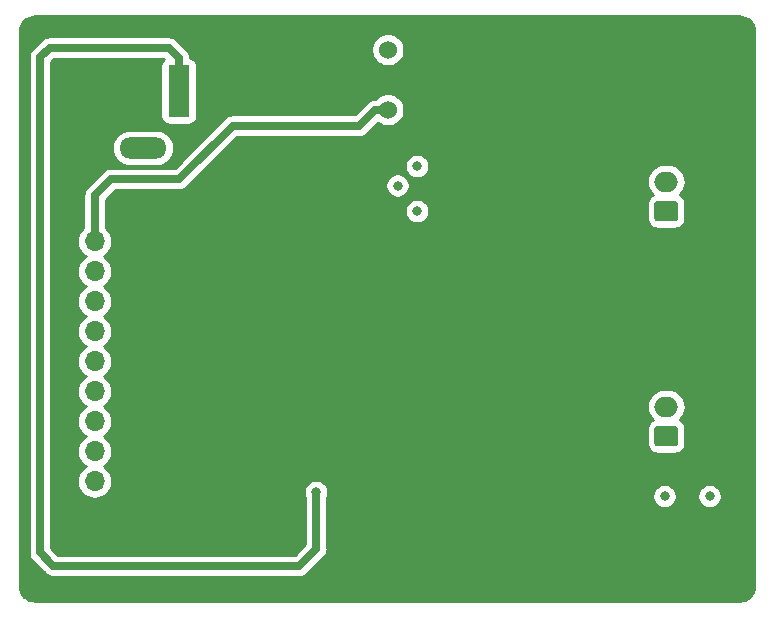
<source format=gbr>
G04 #@! TF.GenerationSoftware,KiCad,Pcbnew,(5.1.4)-1*
G04 #@! TF.CreationDate,2020-10-30T07:47:56-05:00*
G04 #@! TF.ProjectId,TAS5806M_Breakout_Hardware,54415335-3830-4364-9d5f-427265616b6f,rev?*
G04 #@! TF.SameCoordinates,Original*
G04 #@! TF.FileFunction,Copper,L2,Bot*
G04 #@! TF.FilePolarity,Positive*
%FSLAX46Y46*%
G04 Gerber Fmt 4.6, Leading zero omitted, Abs format (unit mm)*
G04 Created by KiCad (PCBNEW (5.1.4)-1) date 2020-10-30 07:47:56*
%MOMM*%
%LPD*%
G04 APERTURE LIST*
%ADD10R,1.800000X4.400000*%
%ADD11O,1.800000X4.000000*%
%ADD12O,4.000000X1.800000*%
%ADD13C,1.524000*%
%ADD14O,2.000000X1.700000*%
%ADD15C,0.100000*%
%ADD16C,1.700000*%
%ADD17O,1.700000X1.700000*%
%ADD18R,1.700000X1.700000*%
%ADD19C,0.800000*%
%ADD20C,0.635000*%
%ADD21C,0.254000*%
G04 APERTURE END LIST*
D10*
X144272000Y-80010000D03*
D11*
X138472000Y-80010000D03*
D12*
X141272000Y-84810000D03*
D13*
X161988500Y-81597500D03*
X161988500Y-79057500D03*
X161988500Y-76517500D03*
D14*
X185547000Y-106720000D03*
D15*
G36*
X186321504Y-108371204D02*
G01*
X186345773Y-108374804D01*
X186369571Y-108380765D01*
X186392671Y-108389030D01*
X186414849Y-108399520D01*
X186435893Y-108412133D01*
X186455598Y-108426747D01*
X186473777Y-108443223D01*
X186490253Y-108461402D01*
X186504867Y-108481107D01*
X186517480Y-108502151D01*
X186527970Y-108524329D01*
X186536235Y-108547429D01*
X186542196Y-108571227D01*
X186545796Y-108595496D01*
X186547000Y-108620000D01*
X186547000Y-109820000D01*
X186545796Y-109844504D01*
X186542196Y-109868773D01*
X186536235Y-109892571D01*
X186527970Y-109915671D01*
X186517480Y-109937849D01*
X186504867Y-109958893D01*
X186490253Y-109978598D01*
X186473777Y-109996777D01*
X186455598Y-110013253D01*
X186435893Y-110027867D01*
X186414849Y-110040480D01*
X186392671Y-110050970D01*
X186369571Y-110059235D01*
X186345773Y-110065196D01*
X186321504Y-110068796D01*
X186297000Y-110070000D01*
X184797000Y-110070000D01*
X184772496Y-110068796D01*
X184748227Y-110065196D01*
X184724429Y-110059235D01*
X184701329Y-110050970D01*
X184679151Y-110040480D01*
X184658107Y-110027867D01*
X184638402Y-110013253D01*
X184620223Y-109996777D01*
X184603747Y-109978598D01*
X184589133Y-109958893D01*
X184576520Y-109937849D01*
X184566030Y-109915671D01*
X184557765Y-109892571D01*
X184551804Y-109868773D01*
X184548204Y-109844504D01*
X184547000Y-109820000D01*
X184547000Y-108620000D01*
X184548204Y-108595496D01*
X184551804Y-108571227D01*
X184557765Y-108547429D01*
X184566030Y-108524329D01*
X184576520Y-108502151D01*
X184589133Y-108481107D01*
X184603747Y-108461402D01*
X184620223Y-108443223D01*
X184638402Y-108426747D01*
X184658107Y-108412133D01*
X184679151Y-108399520D01*
X184701329Y-108389030D01*
X184724429Y-108380765D01*
X184748227Y-108374804D01*
X184772496Y-108371204D01*
X184797000Y-108370000D01*
X186297000Y-108370000D01*
X186321504Y-108371204D01*
X186321504Y-108371204D01*
G37*
D16*
X185547000Y-109220000D03*
D14*
X185547000Y-87670000D03*
D15*
G36*
X186321504Y-89321204D02*
G01*
X186345773Y-89324804D01*
X186369571Y-89330765D01*
X186392671Y-89339030D01*
X186414849Y-89349520D01*
X186435893Y-89362133D01*
X186455598Y-89376747D01*
X186473777Y-89393223D01*
X186490253Y-89411402D01*
X186504867Y-89431107D01*
X186517480Y-89452151D01*
X186527970Y-89474329D01*
X186536235Y-89497429D01*
X186542196Y-89521227D01*
X186545796Y-89545496D01*
X186547000Y-89570000D01*
X186547000Y-90770000D01*
X186545796Y-90794504D01*
X186542196Y-90818773D01*
X186536235Y-90842571D01*
X186527970Y-90865671D01*
X186517480Y-90887849D01*
X186504867Y-90908893D01*
X186490253Y-90928598D01*
X186473777Y-90946777D01*
X186455598Y-90963253D01*
X186435893Y-90977867D01*
X186414849Y-90990480D01*
X186392671Y-91000970D01*
X186369571Y-91009235D01*
X186345773Y-91015196D01*
X186321504Y-91018796D01*
X186297000Y-91020000D01*
X184797000Y-91020000D01*
X184772496Y-91018796D01*
X184748227Y-91015196D01*
X184724429Y-91009235D01*
X184701329Y-91000970D01*
X184679151Y-90990480D01*
X184658107Y-90977867D01*
X184638402Y-90963253D01*
X184620223Y-90946777D01*
X184603747Y-90928598D01*
X184589133Y-90908893D01*
X184576520Y-90887849D01*
X184566030Y-90865671D01*
X184557765Y-90842571D01*
X184551804Y-90818773D01*
X184548204Y-90794504D01*
X184547000Y-90770000D01*
X184547000Y-89570000D01*
X184548204Y-89545496D01*
X184551804Y-89521227D01*
X184557765Y-89497429D01*
X184566030Y-89474329D01*
X184576520Y-89452151D01*
X184589133Y-89431107D01*
X184603747Y-89411402D01*
X184620223Y-89393223D01*
X184638402Y-89376747D01*
X184658107Y-89362133D01*
X184679151Y-89349520D01*
X184701329Y-89339030D01*
X184724429Y-89330765D01*
X184748227Y-89324804D01*
X184772496Y-89321204D01*
X184797000Y-89320000D01*
X186297000Y-89320000D01*
X186321504Y-89321204D01*
X186321504Y-89321204D01*
G37*
D16*
X185547000Y-90170000D03*
D17*
X137160000Y-92710000D03*
X137160000Y-95250000D03*
X137160000Y-97790000D03*
X137160000Y-100330000D03*
X137160000Y-102870000D03*
X137160000Y-105410000D03*
X137160000Y-107950000D03*
X137160000Y-110490000D03*
X137160000Y-113030000D03*
D18*
X137160000Y-115570000D03*
D19*
X164465000Y-86360000D03*
X162814000Y-88011000D03*
X164465000Y-90170000D03*
X185420000Y-114300000D03*
X189230000Y-114300000D03*
X158432500Y-99822000D03*
X157099000Y-99822000D03*
X157099000Y-97028000D03*
X155702000Y-98425000D03*
X155702000Y-99822000D03*
X158432500Y-98425000D03*
X155702000Y-97028000D03*
X157099000Y-98425000D03*
X158432500Y-97028000D03*
X154114500Y-98425000D03*
X154114500Y-99822000D03*
X152654000Y-98425000D03*
X154114500Y-97028000D03*
X152654000Y-97028000D03*
X152654000Y-99822000D03*
X138938000Y-98869500D03*
X138938000Y-101536500D03*
X138938000Y-96266000D03*
X147637500Y-91122500D03*
X145923000Y-91122500D03*
X139954000Y-91821000D03*
X134620000Y-99060000D03*
X134620000Y-101600000D03*
X134620000Y-96520000D03*
X138938000Y-104140000D03*
X138938000Y-106680000D03*
X138938000Y-109029500D03*
X138938000Y-111760000D03*
X149923500Y-97028000D03*
X149923500Y-98425000D03*
X149923500Y-99822000D03*
X151257000Y-97028000D03*
X151257000Y-98425000D03*
X151257000Y-99822000D03*
X165100000Y-96520000D03*
X165100000Y-97790000D03*
X165100000Y-99060000D03*
X165100000Y-100330000D03*
X163830000Y-97155000D03*
X163830000Y-99695000D03*
X162560000Y-97155000D03*
X162560000Y-99695000D03*
X161290000Y-99758500D03*
X161290000Y-97155000D03*
X160020000Y-99377500D03*
X160020000Y-97790000D03*
X143510000Y-95885000D03*
X145415000Y-95885000D03*
X147320000Y-95885000D03*
X143510000Y-98425000D03*
X145415000Y-98425000D03*
X147320000Y-98425000D03*
X143510000Y-100965000D03*
X145415000Y-100965000D03*
X147320000Y-100965000D03*
X143510000Y-103505000D03*
X145415000Y-103505000D03*
X147320000Y-103505000D03*
X180340000Y-106680000D03*
X180340000Y-109029500D03*
X162560000Y-108585000D03*
X164465000Y-109855000D03*
X164465000Y-106680000D03*
X166370000Y-98488500D03*
X167640000Y-98425000D03*
X171450000Y-98425000D03*
X158242000Y-85280500D03*
X175260000Y-98425000D03*
X179070000Y-98425000D03*
X182880000Y-98425000D03*
X186690000Y-98425000D03*
X190500000Y-98425000D03*
X167640000Y-107950000D03*
X170180000Y-107950000D03*
X172720000Y-107950000D03*
X167640000Y-88900000D03*
X170180000Y-88900000D03*
X172720000Y-88900000D03*
X164846000Y-81280000D03*
X182880000Y-101600000D03*
X186690000Y-101600000D03*
X190500000Y-101600000D03*
X182880000Y-95250000D03*
X186690000Y-95250000D03*
X190373000Y-95250000D03*
X185420000Y-82550000D03*
X189230000Y-82550000D03*
X158877000Y-113030000D03*
X162687000Y-116713000D03*
X143383000Y-108585000D03*
X134620000Y-87884000D03*
X152400000Y-78740000D03*
X171450000Y-78105000D03*
X155917900Y-113957100D03*
D20*
X160910870Y-81597500D02*
X159577370Y-82931000D01*
X161988500Y-81597500D02*
X160910870Y-81597500D01*
X159577370Y-82931000D02*
X148844000Y-82931000D01*
X148844000Y-82931000D02*
X144335500Y-87439500D01*
X144335500Y-87439500D02*
X138557000Y-87439500D01*
X137160000Y-88836500D02*
X137160000Y-92710000D01*
X138557000Y-87439500D02*
X137160000Y-88836500D01*
X132524500Y-84645500D02*
X132524500Y-119062500D01*
X132524500Y-119062500D02*
X133667500Y-120205500D01*
X155917900Y-118783100D02*
X154495500Y-120205500D01*
X155917900Y-113957100D02*
X155917900Y-118783100D01*
X133667500Y-120205500D02*
X154495500Y-120205500D01*
X144272000Y-77175000D02*
X143424000Y-76327000D01*
X144272000Y-80010000D02*
X144272000Y-77175000D01*
X143424000Y-76327000D02*
X133350000Y-76327000D01*
X132524500Y-77152500D02*
X132524500Y-84645500D01*
X133350000Y-76327000D02*
X132524500Y-77152500D01*
D21*
G36*
X192011204Y-73711815D02*
G01*
X192243226Y-73781867D01*
X192457222Y-73895650D01*
X192645041Y-74048832D01*
X192799530Y-74235577D01*
X192914801Y-74448769D01*
X192986472Y-74680300D01*
X193015001Y-74951734D01*
X193015000Y-121887723D01*
X192988185Y-122161205D01*
X192918133Y-122393226D01*
X192804350Y-122607222D01*
X192651169Y-122795039D01*
X192464424Y-122949529D01*
X192251231Y-123064802D01*
X192019701Y-123136472D01*
X191748276Y-123165000D01*
X132112277Y-123165000D01*
X131838795Y-123138185D01*
X131606774Y-123068133D01*
X131392778Y-122954350D01*
X131204961Y-122801169D01*
X131050471Y-122614424D01*
X130935198Y-122401231D01*
X130863528Y-122169701D01*
X130835000Y-121898276D01*
X130835000Y-77152500D01*
X131567392Y-77152500D01*
X131572000Y-77199285D01*
X131572001Y-84598706D01*
X131572000Y-84598716D01*
X131572001Y-119015705D01*
X131567392Y-119062500D01*
X131585783Y-119249222D01*
X131640249Y-119428769D01*
X131713099Y-119565062D01*
X131728695Y-119594241D01*
X131847723Y-119739278D01*
X131884064Y-119769102D01*
X132960897Y-120845936D01*
X132990722Y-120882278D01*
X133135759Y-121001306D01*
X133301231Y-121089752D01*
X133480777Y-121144217D01*
X133667499Y-121162608D01*
X133714284Y-121158000D01*
X154448715Y-121158000D01*
X154495500Y-121162608D01*
X154542285Y-121158000D01*
X154682223Y-121144217D01*
X154861769Y-121089752D01*
X155027241Y-121001306D01*
X155172278Y-120882278D01*
X155202107Y-120845931D01*
X156558331Y-119489707D01*
X156594678Y-119459878D01*
X156713706Y-119314841D01*
X156802152Y-119149369D01*
X156856617Y-118969823D01*
X156870400Y-118829885D01*
X156875008Y-118783101D01*
X156870400Y-118736316D01*
X156870400Y-114362147D01*
X156913126Y-114258998D01*
X156925247Y-114198061D01*
X184385000Y-114198061D01*
X184385000Y-114401939D01*
X184424774Y-114601898D01*
X184502795Y-114790256D01*
X184616063Y-114959774D01*
X184760226Y-115103937D01*
X184929744Y-115217205D01*
X185118102Y-115295226D01*
X185318061Y-115335000D01*
X185521939Y-115335000D01*
X185721898Y-115295226D01*
X185910256Y-115217205D01*
X186079774Y-115103937D01*
X186223937Y-114959774D01*
X186337205Y-114790256D01*
X186415226Y-114601898D01*
X186455000Y-114401939D01*
X186455000Y-114198061D01*
X188195000Y-114198061D01*
X188195000Y-114401939D01*
X188234774Y-114601898D01*
X188312795Y-114790256D01*
X188426063Y-114959774D01*
X188570226Y-115103937D01*
X188739744Y-115217205D01*
X188928102Y-115295226D01*
X189128061Y-115335000D01*
X189331939Y-115335000D01*
X189531898Y-115295226D01*
X189720256Y-115217205D01*
X189889774Y-115103937D01*
X190033937Y-114959774D01*
X190147205Y-114790256D01*
X190225226Y-114601898D01*
X190265000Y-114401939D01*
X190265000Y-114198061D01*
X190225226Y-113998102D01*
X190147205Y-113809744D01*
X190033937Y-113640226D01*
X189889774Y-113496063D01*
X189720256Y-113382795D01*
X189531898Y-113304774D01*
X189331939Y-113265000D01*
X189128061Y-113265000D01*
X188928102Y-113304774D01*
X188739744Y-113382795D01*
X188570226Y-113496063D01*
X188426063Y-113640226D01*
X188312795Y-113809744D01*
X188234774Y-113998102D01*
X188195000Y-114198061D01*
X186455000Y-114198061D01*
X186415226Y-113998102D01*
X186337205Y-113809744D01*
X186223937Y-113640226D01*
X186079774Y-113496063D01*
X185910256Y-113382795D01*
X185721898Y-113304774D01*
X185521939Y-113265000D01*
X185318061Y-113265000D01*
X185118102Y-113304774D01*
X184929744Y-113382795D01*
X184760226Y-113496063D01*
X184616063Y-113640226D01*
X184502795Y-113809744D01*
X184424774Y-113998102D01*
X184385000Y-114198061D01*
X156925247Y-114198061D01*
X156952900Y-114059039D01*
X156952900Y-113855161D01*
X156913126Y-113655202D01*
X156835105Y-113466844D01*
X156721837Y-113297326D01*
X156577674Y-113153163D01*
X156408156Y-113039895D01*
X156219798Y-112961874D01*
X156019839Y-112922100D01*
X155815961Y-112922100D01*
X155616002Y-112961874D01*
X155427644Y-113039895D01*
X155258126Y-113153163D01*
X155113963Y-113297326D01*
X155000695Y-113466844D01*
X154922674Y-113655202D01*
X154882900Y-113855161D01*
X154882900Y-114059039D01*
X154922674Y-114258998D01*
X154965400Y-114362147D01*
X154965401Y-118388561D01*
X154100962Y-119253000D01*
X134062039Y-119253000D01*
X133477000Y-118667962D01*
X133477000Y-92710000D01*
X135667815Y-92710000D01*
X135696487Y-93001111D01*
X135781401Y-93281034D01*
X135919294Y-93539014D01*
X136104866Y-93765134D01*
X136330986Y-93950706D01*
X136385791Y-93980000D01*
X136330986Y-94009294D01*
X136104866Y-94194866D01*
X135919294Y-94420986D01*
X135781401Y-94678966D01*
X135696487Y-94958889D01*
X135667815Y-95250000D01*
X135696487Y-95541111D01*
X135781401Y-95821034D01*
X135919294Y-96079014D01*
X136104866Y-96305134D01*
X136330986Y-96490706D01*
X136385791Y-96520000D01*
X136330986Y-96549294D01*
X136104866Y-96734866D01*
X135919294Y-96960986D01*
X135781401Y-97218966D01*
X135696487Y-97498889D01*
X135667815Y-97790000D01*
X135696487Y-98081111D01*
X135781401Y-98361034D01*
X135919294Y-98619014D01*
X136104866Y-98845134D01*
X136330986Y-99030706D01*
X136385791Y-99060000D01*
X136330986Y-99089294D01*
X136104866Y-99274866D01*
X135919294Y-99500986D01*
X135781401Y-99758966D01*
X135696487Y-100038889D01*
X135667815Y-100330000D01*
X135696487Y-100621111D01*
X135781401Y-100901034D01*
X135919294Y-101159014D01*
X136104866Y-101385134D01*
X136330986Y-101570706D01*
X136385791Y-101600000D01*
X136330986Y-101629294D01*
X136104866Y-101814866D01*
X135919294Y-102040986D01*
X135781401Y-102298966D01*
X135696487Y-102578889D01*
X135667815Y-102870000D01*
X135696487Y-103161111D01*
X135781401Y-103441034D01*
X135919294Y-103699014D01*
X136104866Y-103925134D01*
X136330986Y-104110706D01*
X136385791Y-104140000D01*
X136330986Y-104169294D01*
X136104866Y-104354866D01*
X135919294Y-104580986D01*
X135781401Y-104838966D01*
X135696487Y-105118889D01*
X135667815Y-105410000D01*
X135696487Y-105701111D01*
X135781401Y-105981034D01*
X135919294Y-106239014D01*
X136104866Y-106465134D01*
X136330986Y-106650706D01*
X136385791Y-106680000D01*
X136330986Y-106709294D01*
X136104866Y-106894866D01*
X135919294Y-107120986D01*
X135781401Y-107378966D01*
X135696487Y-107658889D01*
X135667815Y-107950000D01*
X135696487Y-108241111D01*
X135781401Y-108521034D01*
X135919294Y-108779014D01*
X136104866Y-109005134D01*
X136330986Y-109190706D01*
X136385791Y-109220000D01*
X136330986Y-109249294D01*
X136104866Y-109434866D01*
X135919294Y-109660986D01*
X135781401Y-109918966D01*
X135696487Y-110198889D01*
X135667815Y-110490000D01*
X135696487Y-110781111D01*
X135781401Y-111061034D01*
X135919294Y-111319014D01*
X136104866Y-111545134D01*
X136330986Y-111730706D01*
X136385791Y-111760000D01*
X136330986Y-111789294D01*
X136104866Y-111974866D01*
X135919294Y-112200986D01*
X135781401Y-112458966D01*
X135696487Y-112738889D01*
X135667815Y-113030000D01*
X135696487Y-113321111D01*
X135781401Y-113601034D01*
X135919294Y-113859014D01*
X136104866Y-114085134D01*
X136330986Y-114270706D01*
X136588966Y-114408599D01*
X136868889Y-114493513D01*
X137087050Y-114515000D01*
X137232950Y-114515000D01*
X137451111Y-114493513D01*
X137731034Y-114408599D01*
X137989014Y-114270706D01*
X138215134Y-114085134D01*
X138400706Y-113859014D01*
X138538599Y-113601034D01*
X138623513Y-113321111D01*
X138652185Y-113030000D01*
X138623513Y-112738889D01*
X138538599Y-112458966D01*
X138400706Y-112200986D01*
X138215134Y-111974866D01*
X137989014Y-111789294D01*
X137934209Y-111760000D01*
X137989014Y-111730706D01*
X138215134Y-111545134D01*
X138400706Y-111319014D01*
X138538599Y-111061034D01*
X138623513Y-110781111D01*
X138652185Y-110490000D01*
X138623513Y-110198889D01*
X138538599Y-109918966D01*
X138400706Y-109660986D01*
X138215134Y-109434866D01*
X137989014Y-109249294D01*
X137934209Y-109220000D01*
X137989014Y-109190706D01*
X138215134Y-109005134D01*
X138400706Y-108779014D01*
X138538599Y-108521034D01*
X138623513Y-108241111D01*
X138652185Y-107950000D01*
X138623513Y-107658889D01*
X138538599Y-107378966D01*
X138400706Y-107120986D01*
X138215134Y-106894866D01*
X138002060Y-106720000D01*
X183904815Y-106720000D01*
X183933487Y-107011111D01*
X184018401Y-107291034D01*
X184156294Y-107549014D01*
X184341866Y-107775134D01*
X184405337Y-107827223D01*
X184303614Y-107881595D01*
X184169038Y-107992038D01*
X184058595Y-108126614D01*
X183976528Y-108280150D01*
X183925992Y-108446746D01*
X183908928Y-108620000D01*
X183908928Y-109820000D01*
X183925992Y-109993254D01*
X183976528Y-110159850D01*
X184058595Y-110313386D01*
X184169038Y-110447962D01*
X184303614Y-110558405D01*
X184457150Y-110640472D01*
X184623746Y-110691008D01*
X184797000Y-110708072D01*
X186297000Y-110708072D01*
X186470254Y-110691008D01*
X186636850Y-110640472D01*
X186790386Y-110558405D01*
X186924962Y-110447962D01*
X187035405Y-110313386D01*
X187117472Y-110159850D01*
X187168008Y-109993254D01*
X187185072Y-109820000D01*
X187185072Y-108620000D01*
X187168008Y-108446746D01*
X187117472Y-108280150D01*
X187035405Y-108126614D01*
X186924962Y-107992038D01*
X186790386Y-107881595D01*
X186688663Y-107827223D01*
X186752134Y-107775134D01*
X186937706Y-107549014D01*
X187075599Y-107291034D01*
X187160513Y-107011111D01*
X187189185Y-106720000D01*
X187160513Y-106428889D01*
X187075599Y-106148966D01*
X186937706Y-105890986D01*
X186752134Y-105664866D01*
X186526014Y-105479294D01*
X186268034Y-105341401D01*
X185988111Y-105256487D01*
X185769950Y-105235000D01*
X185324050Y-105235000D01*
X185105889Y-105256487D01*
X184825966Y-105341401D01*
X184567986Y-105479294D01*
X184341866Y-105664866D01*
X184156294Y-105890986D01*
X184018401Y-106148966D01*
X183933487Y-106428889D01*
X183904815Y-106720000D01*
X138002060Y-106720000D01*
X137989014Y-106709294D01*
X137934209Y-106680000D01*
X137989014Y-106650706D01*
X138215134Y-106465134D01*
X138400706Y-106239014D01*
X138538599Y-105981034D01*
X138623513Y-105701111D01*
X138652185Y-105410000D01*
X138623513Y-105118889D01*
X138538599Y-104838966D01*
X138400706Y-104580986D01*
X138215134Y-104354866D01*
X137989014Y-104169294D01*
X137934209Y-104140000D01*
X137989014Y-104110706D01*
X138215134Y-103925134D01*
X138400706Y-103699014D01*
X138538599Y-103441034D01*
X138623513Y-103161111D01*
X138652185Y-102870000D01*
X138623513Y-102578889D01*
X138538599Y-102298966D01*
X138400706Y-102040986D01*
X138215134Y-101814866D01*
X137989014Y-101629294D01*
X137934209Y-101600000D01*
X137989014Y-101570706D01*
X138215134Y-101385134D01*
X138400706Y-101159014D01*
X138538599Y-100901034D01*
X138623513Y-100621111D01*
X138652185Y-100330000D01*
X138623513Y-100038889D01*
X138538599Y-99758966D01*
X138400706Y-99500986D01*
X138215134Y-99274866D01*
X137989014Y-99089294D01*
X137934209Y-99060000D01*
X137989014Y-99030706D01*
X138215134Y-98845134D01*
X138400706Y-98619014D01*
X138538599Y-98361034D01*
X138623513Y-98081111D01*
X138652185Y-97790000D01*
X138623513Y-97498889D01*
X138538599Y-97218966D01*
X138400706Y-96960986D01*
X138215134Y-96734866D01*
X137989014Y-96549294D01*
X137934209Y-96520000D01*
X137989014Y-96490706D01*
X138215134Y-96305134D01*
X138400706Y-96079014D01*
X138538599Y-95821034D01*
X138623513Y-95541111D01*
X138652185Y-95250000D01*
X138623513Y-94958889D01*
X138538599Y-94678966D01*
X138400706Y-94420986D01*
X138215134Y-94194866D01*
X137989014Y-94009294D01*
X137934209Y-93980000D01*
X137989014Y-93950706D01*
X138215134Y-93765134D01*
X138400706Y-93539014D01*
X138538599Y-93281034D01*
X138623513Y-93001111D01*
X138652185Y-92710000D01*
X138623513Y-92418889D01*
X138538599Y-92138966D01*
X138400706Y-91880986D01*
X138215134Y-91654866D01*
X138112500Y-91570636D01*
X138112500Y-90068061D01*
X163430000Y-90068061D01*
X163430000Y-90271939D01*
X163469774Y-90471898D01*
X163547795Y-90660256D01*
X163661063Y-90829774D01*
X163805226Y-90973937D01*
X163974744Y-91087205D01*
X164163102Y-91165226D01*
X164363061Y-91205000D01*
X164566939Y-91205000D01*
X164766898Y-91165226D01*
X164955256Y-91087205D01*
X165124774Y-90973937D01*
X165268937Y-90829774D01*
X165382205Y-90660256D01*
X165460226Y-90471898D01*
X165500000Y-90271939D01*
X165500000Y-90068061D01*
X165460226Y-89868102D01*
X165382205Y-89679744D01*
X165268937Y-89510226D01*
X165124774Y-89366063D01*
X164955256Y-89252795D01*
X164766898Y-89174774D01*
X164566939Y-89135000D01*
X164363061Y-89135000D01*
X164163102Y-89174774D01*
X163974744Y-89252795D01*
X163805226Y-89366063D01*
X163661063Y-89510226D01*
X163547795Y-89679744D01*
X163469774Y-89868102D01*
X163430000Y-90068061D01*
X138112500Y-90068061D01*
X138112500Y-89231038D01*
X138951538Y-88392000D01*
X144288715Y-88392000D01*
X144335500Y-88396608D01*
X144382285Y-88392000D01*
X144522223Y-88378217D01*
X144701769Y-88323752D01*
X144867241Y-88235306D01*
X145012278Y-88116278D01*
X145042107Y-88079931D01*
X145212977Y-87909061D01*
X161779000Y-87909061D01*
X161779000Y-88112939D01*
X161818774Y-88312898D01*
X161896795Y-88501256D01*
X162010063Y-88670774D01*
X162154226Y-88814937D01*
X162323744Y-88928205D01*
X162512102Y-89006226D01*
X162712061Y-89046000D01*
X162915939Y-89046000D01*
X163115898Y-89006226D01*
X163304256Y-88928205D01*
X163473774Y-88814937D01*
X163617937Y-88670774D01*
X163731205Y-88501256D01*
X163809226Y-88312898D01*
X163849000Y-88112939D01*
X163849000Y-87909061D01*
X163809226Y-87709102D01*
X163793030Y-87670000D01*
X183904815Y-87670000D01*
X183933487Y-87961111D01*
X184018401Y-88241034D01*
X184156294Y-88499014D01*
X184341866Y-88725134D01*
X184405337Y-88777223D01*
X184303614Y-88831595D01*
X184169038Y-88942038D01*
X184058595Y-89076614D01*
X183976528Y-89230150D01*
X183925992Y-89396746D01*
X183908928Y-89570000D01*
X183908928Y-90770000D01*
X183925992Y-90943254D01*
X183976528Y-91109850D01*
X184058595Y-91263386D01*
X184169038Y-91397962D01*
X184303614Y-91508405D01*
X184457150Y-91590472D01*
X184623746Y-91641008D01*
X184797000Y-91658072D01*
X186297000Y-91658072D01*
X186470254Y-91641008D01*
X186636850Y-91590472D01*
X186790386Y-91508405D01*
X186924962Y-91397962D01*
X187035405Y-91263386D01*
X187117472Y-91109850D01*
X187168008Y-90943254D01*
X187185072Y-90770000D01*
X187185072Y-89570000D01*
X187168008Y-89396746D01*
X187117472Y-89230150D01*
X187035405Y-89076614D01*
X186924962Y-88942038D01*
X186790386Y-88831595D01*
X186688663Y-88777223D01*
X186752134Y-88725134D01*
X186937706Y-88499014D01*
X187075599Y-88241034D01*
X187160513Y-87961111D01*
X187189185Y-87670000D01*
X187160513Y-87378889D01*
X187075599Y-87098966D01*
X186937706Y-86840986D01*
X186752134Y-86614866D01*
X186526014Y-86429294D01*
X186268034Y-86291401D01*
X185988111Y-86206487D01*
X185769950Y-86185000D01*
X185324050Y-86185000D01*
X185105889Y-86206487D01*
X184825966Y-86291401D01*
X184567986Y-86429294D01*
X184341866Y-86614866D01*
X184156294Y-86840986D01*
X184018401Y-87098966D01*
X183933487Y-87378889D01*
X183904815Y-87670000D01*
X163793030Y-87670000D01*
X163731205Y-87520744D01*
X163617937Y-87351226D01*
X163473774Y-87207063D01*
X163304256Y-87093795D01*
X163115898Y-87015774D01*
X162915939Y-86976000D01*
X162712061Y-86976000D01*
X162512102Y-87015774D01*
X162323744Y-87093795D01*
X162154226Y-87207063D01*
X162010063Y-87351226D01*
X161896795Y-87520744D01*
X161818774Y-87709102D01*
X161779000Y-87909061D01*
X145212977Y-87909061D01*
X146863977Y-86258061D01*
X163430000Y-86258061D01*
X163430000Y-86461939D01*
X163469774Y-86661898D01*
X163547795Y-86850256D01*
X163661063Y-87019774D01*
X163805226Y-87163937D01*
X163974744Y-87277205D01*
X164163102Y-87355226D01*
X164363061Y-87395000D01*
X164566939Y-87395000D01*
X164766898Y-87355226D01*
X164955256Y-87277205D01*
X165124774Y-87163937D01*
X165268937Y-87019774D01*
X165382205Y-86850256D01*
X165460226Y-86661898D01*
X165500000Y-86461939D01*
X165500000Y-86258061D01*
X165460226Y-86058102D01*
X165382205Y-85869744D01*
X165268937Y-85700226D01*
X165124774Y-85556063D01*
X164955256Y-85442795D01*
X164766898Y-85364774D01*
X164566939Y-85325000D01*
X164363061Y-85325000D01*
X164163102Y-85364774D01*
X163974744Y-85442795D01*
X163805226Y-85556063D01*
X163661063Y-85700226D01*
X163547795Y-85869744D01*
X163469774Y-86058102D01*
X163430000Y-86258061D01*
X146863977Y-86258061D01*
X149238539Y-83883500D01*
X159530585Y-83883500D01*
X159577370Y-83888108D01*
X159624155Y-83883500D01*
X159764093Y-83869717D01*
X159943639Y-83815252D01*
X160109111Y-83726806D01*
X160254148Y-83607778D01*
X160283977Y-83571431D01*
X161142818Y-82712590D01*
X161326773Y-82835505D01*
X161581010Y-82940814D01*
X161850908Y-82994500D01*
X162126092Y-82994500D01*
X162395990Y-82940814D01*
X162650227Y-82835505D01*
X162879035Y-82682620D01*
X163073620Y-82488035D01*
X163226505Y-82259227D01*
X163331814Y-82004990D01*
X163385500Y-81735092D01*
X163385500Y-81459908D01*
X163331814Y-81190010D01*
X163226505Y-80935773D01*
X163073620Y-80706965D01*
X162879035Y-80512380D01*
X162650227Y-80359495D01*
X162395990Y-80254186D01*
X162126092Y-80200500D01*
X161850908Y-80200500D01*
X161581010Y-80254186D01*
X161326773Y-80359495D01*
X161097965Y-80512380D01*
X160965345Y-80645000D01*
X160957655Y-80645000D01*
X160910870Y-80640392D01*
X160724147Y-80658783D01*
X160544600Y-80713248D01*
X160461865Y-80757471D01*
X160379129Y-80801694D01*
X160234092Y-80920722D01*
X160204267Y-80957064D01*
X159182832Y-81978500D01*
X148890785Y-81978500D01*
X148844000Y-81973892D01*
X148797215Y-81978500D01*
X148657277Y-81992283D01*
X148477731Y-82046748D01*
X148312259Y-82135194D01*
X148167222Y-82254222D01*
X148137398Y-82290563D01*
X143940962Y-86487000D01*
X138603784Y-86487000D01*
X138556999Y-86482392D01*
X138370277Y-86500783D01*
X138190731Y-86555248D01*
X138025259Y-86643694D01*
X137880222Y-86762722D01*
X137850393Y-86799069D01*
X136519569Y-88129893D01*
X136483222Y-88159722D01*
X136364194Y-88304759D01*
X136275748Y-88470232D01*
X136266337Y-88501256D01*
X136221283Y-88649778D01*
X136202892Y-88836500D01*
X136207500Y-88883285D01*
X136207501Y-91570636D01*
X136104866Y-91654866D01*
X135919294Y-91880986D01*
X135781401Y-92138966D01*
X135696487Y-92418889D01*
X135667815Y-92710000D01*
X133477000Y-92710000D01*
X133477000Y-84810000D01*
X138629573Y-84810000D01*
X138659210Y-85110913D01*
X138746983Y-85400261D01*
X138889519Y-85666927D01*
X139081339Y-85900661D01*
X139315073Y-86092481D01*
X139581739Y-86235017D01*
X139871087Y-86322790D01*
X140096592Y-86345000D01*
X142447408Y-86345000D01*
X142672913Y-86322790D01*
X142962261Y-86235017D01*
X143228927Y-86092481D01*
X143462661Y-85900661D01*
X143654481Y-85666927D01*
X143797017Y-85400261D01*
X143884790Y-85110913D01*
X143914427Y-84810000D01*
X143884790Y-84509087D01*
X143797017Y-84219739D01*
X143654481Y-83953073D01*
X143462661Y-83719339D01*
X143228927Y-83527519D01*
X142962261Y-83384983D01*
X142672913Y-83297210D01*
X142447408Y-83275000D01*
X140096592Y-83275000D01*
X139871087Y-83297210D01*
X139581739Y-83384983D01*
X139315073Y-83527519D01*
X139081339Y-83719339D01*
X138889519Y-83953073D01*
X138746983Y-84219739D01*
X138659210Y-84509087D01*
X138629573Y-84810000D01*
X133477000Y-84810000D01*
X133477000Y-77547038D01*
X133744538Y-77279500D01*
X143017461Y-77279500D01*
X142920815Y-77358815D01*
X142841463Y-77455506D01*
X142782498Y-77565820D01*
X142746188Y-77685518D01*
X142733928Y-77810000D01*
X142733928Y-82210000D01*
X142746188Y-82334482D01*
X142782498Y-82454180D01*
X142841463Y-82564494D01*
X142920815Y-82661185D01*
X143017506Y-82740537D01*
X143127820Y-82799502D01*
X143247518Y-82835812D01*
X143372000Y-82848072D01*
X145172000Y-82848072D01*
X145296482Y-82835812D01*
X145416180Y-82799502D01*
X145526494Y-82740537D01*
X145623185Y-82661185D01*
X145702537Y-82564494D01*
X145761502Y-82454180D01*
X145797812Y-82334482D01*
X145810072Y-82210000D01*
X145810072Y-77810000D01*
X145797812Y-77685518D01*
X145761502Y-77565820D01*
X145702537Y-77455506D01*
X145623185Y-77358815D01*
X145526494Y-77279463D01*
X145416180Y-77220498D01*
X145296482Y-77184188D01*
X145228859Y-77177528D01*
X145229108Y-77174999D01*
X145210717Y-76988277D01*
X145156252Y-76808731D01*
X145067806Y-76643259D01*
X144948778Y-76498222D01*
X144912436Y-76468397D01*
X144823947Y-76379908D01*
X160591500Y-76379908D01*
X160591500Y-76655092D01*
X160645186Y-76924990D01*
X160750495Y-77179227D01*
X160903380Y-77408035D01*
X161097965Y-77602620D01*
X161326773Y-77755505D01*
X161581010Y-77860814D01*
X161850908Y-77914500D01*
X162126092Y-77914500D01*
X162395990Y-77860814D01*
X162650227Y-77755505D01*
X162879035Y-77602620D01*
X163073620Y-77408035D01*
X163226505Y-77179227D01*
X163331814Y-76924990D01*
X163385500Y-76655092D01*
X163385500Y-76379908D01*
X163331814Y-76110010D01*
X163226505Y-75855773D01*
X163073620Y-75626965D01*
X162879035Y-75432380D01*
X162650227Y-75279495D01*
X162395990Y-75174186D01*
X162126092Y-75120500D01*
X161850908Y-75120500D01*
X161581010Y-75174186D01*
X161326773Y-75279495D01*
X161097965Y-75432380D01*
X160903380Y-75626965D01*
X160750495Y-75855773D01*
X160645186Y-76110010D01*
X160591500Y-76379908D01*
X144823947Y-76379908D01*
X144130607Y-75686569D01*
X144100778Y-75650222D01*
X143955741Y-75531194D01*
X143790269Y-75442748D01*
X143610723Y-75388283D01*
X143470785Y-75374500D01*
X143424000Y-75369892D01*
X143377215Y-75374500D01*
X133396784Y-75374500D01*
X133349999Y-75369892D01*
X133163277Y-75388283D01*
X132983731Y-75442748D01*
X132818259Y-75531194D01*
X132673222Y-75650222D01*
X132643393Y-75686569D01*
X131884069Y-76445893D01*
X131847722Y-76475722D01*
X131728694Y-76620759D01*
X131640248Y-76786232D01*
X131618253Y-76858740D01*
X131585783Y-76965778D01*
X131567392Y-77152500D01*
X130835000Y-77152500D01*
X130835000Y-74962277D01*
X130861815Y-74688796D01*
X130931867Y-74456774D01*
X131045650Y-74242778D01*
X131198832Y-74054959D01*
X131385577Y-73900470D01*
X131598769Y-73785199D01*
X131830300Y-73713528D01*
X132101725Y-73685000D01*
X191737723Y-73685000D01*
X192011204Y-73711815D01*
X192011204Y-73711815D01*
G37*
X192011204Y-73711815D02*
X192243226Y-73781867D01*
X192457222Y-73895650D01*
X192645041Y-74048832D01*
X192799530Y-74235577D01*
X192914801Y-74448769D01*
X192986472Y-74680300D01*
X193015001Y-74951734D01*
X193015000Y-121887723D01*
X192988185Y-122161205D01*
X192918133Y-122393226D01*
X192804350Y-122607222D01*
X192651169Y-122795039D01*
X192464424Y-122949529D01*
X192251231Y-123064802D01*
X192019701Y-123136472D01*
X191748276Y-123165000D01*
X132112277Y-123165000D01*
X131838795Y-123138185D01*
X131606774Y-123068133D01*
X131392778Y-122954350D01*
X131204961Y-122801169D01*
X131050471Y-122614424D01*
X130935198Y-122401231D01*
X130863528Y-122169701D01*
X130835000Y-121898276D01*
X130835000Y-77152500D01*
X131567392Y-77152500D01*
X131572000Y-77199285D01*
X131572001Y-84598706D01*
X131572000Y-84598716D01*
X131572001Y-119015705D01*
X131567392Y-119062500D01*
X131585783Y-119249222D01*
X131640249Y-119428769D01*
X131713099Y-119565062D01*
X131728695Y-119594241D01*
X131847723Y-119739278D01*
X131884064Y-119769102D01*
X132960897Y-120845936D01*
X132990722Y-120882278D01*
X133135759Y-121001306D01*
X133301231Y-121089752D01*
X133480777Y-121144217D01*
X133667499Y-121162608D01*
X133714284Y-121158000D01*
X154448715Y-121158000D01*
X154495500Y-121162608D01*
X154542285Y-121158000D01*
X154682223Y-121144217D01*
X154861769Y-121089752D01*
X155027241Y-121001306D01*
X155172278Y-120882278D01*
X155202107Y-120845931D01*
X156558331Y-119489707D01*
X156594678Y-119459878D01*
X156713706Y-119314841D01*
X156802152Y-119149369D01*
X156856617Y-118969823D01*
X156870400Y-118829885D01*
X156875008Y-118783101D01*
X156870400Y-118736316D01*
X156870400Y-114362147D01*
X156913126Y-114258998D01*
X156925247Y-114198061D01*
X184385000Y-114198061D01*
X184385000Y-114401939D01*
X184424774Y-114601898D01*
X184502795Y-114790256D01*
X184616063Y-114959774D01*
X184760226Y-115103937D01*
X184929744Y-115217205D01*
X185118102Y-115295226D01*
X185318061Y-115335000D01*
X185521939Y-115335000D01*
X185721898Y-115295226D01*
X185910256Y-115217205D01*
X186079774Y-115103937D01*
X186223937Y-114959774D01*
X186337205Y-114790256D01*
X186415226Y-114601898D01*
X186455000Y-114401939D01*
X186455000Y-114198061D01*
X188195000Y-114198061D01*
X188195000Y-114401939D01*
X188234774Y-114601898D01*
X188312795Y-114790256D01*
X188426063Y-114959774D01*
X188570226Y-115103937D01*
X188739744Y-115217205D01*
X188928102Y-115295226D01*
X189128061Y-115335000D01*
X189331939Y-115335000D01*
X189531898Y-115295226D01*
X189720256Y-115217205D01*
X189889774Y-115103937D01*
X190033937Y-114959774D01*
X190147205Y-114790256D01*
X190225226Y-114601898D01*
X190265000Y-114401939D01*
X190265000Y-114198061D01*
X190225226Y-113998102D01*
X190147205Y-113809744D01*
X190033937Y-113640226D01*
X189889774Y-113496063D01*
X189720256Y-113382795D01*
X189531898Y-113304774D01*
X189331939Y-113265000D01*
X189128061Y-113265000D01*
X188928102Y-113304774D01*
X188739744Y-113382795D01*
X188570226Y-113496063D01*
X188426063Y-113640226D01*
X188312795Y-113809744D01*
X188234774Y-113998102D01*
X188195000Y-114198061D01*
X186455000Y-114198061D01*
X186415226Y-113998102D01*
X186337205Y-113809744D01*
X186223937Y-113640226D01*
X186079774Y-113496063D01*
X185910256Y-113382795D01*
X185721898Y-113304774D01*
X185521939Y-113265000D01*
X185318061Y-113265000D01*
X185118102Y-113304774D01*
X184929744Y-113382795D01*
X184760226Y-113496063D01*
X184616063Y-113640226D01*
X184502795Y-113809744D01*
X184424774Y-113998102D01*
X184385000Y-114198061D01*
X156925247Y-114198061D01*
X156952900Y-114059039D01*
X156952900Y-113855161D01*
X156913126Y-113655202D01*
X156835105Y-113466844D01*
X156721837Y-113297326D01*
X156577674Y-113153163D01*
X156408156Y-113039895D01*
X156219798Y-112961874D01*
X156019839Y-112922100D01*
X155815961Y-112922100D01*
X155616002Y-112961874D01*
X155427644Y-113039895D01*
X155258126Y-113153163D01*
X155113963Y-113297326D01*
X155000695Y-113466844D01*
X154922674Y-113655202D01*
X154882900Y-113855161D01*
X154882900Y-114059039D01*
X154922674Y-114258998D01*
X154965400Y-114362147D01*
X154965401Y-118388561D01*
X154100962Y-119253000D01*
X134062039Y-119253000D01*
X133477000Y-118667962D01*
X133477000Y-92710000D01*
X135667815Y-92710000D01*
X135696487Y-93001111D01*
X135781401Y-93281034D01*
X135919294Y-93539014D01*
X136104866Y-93765134D01*
X136330986Y-93950706D01*
X136385791Y-93980000D01*
X136330986Y-94009294D01*
X136104866Y-94194866D01*
X135919294Y-94420986D01*
X135781401Y-94678966D01*
X135696487Y-94958889D01*
X135667815Y-95250000D01*
X135696487Y-95541111D01*
X135781401Y-95821034D01*
X135919294Y-96079014D01*
X136104866Y-96305134D01*
X136330986Y-96490706D01*
X136385791Y-96520000D01*
X136330986Y-96549294D01*
X136104866Y-96734866D01*
X135919294Y-96960986D01*
X135781401Y-97218966D01*
X135696487Y-97498889D01*
X135667815Y-97790000D01*
X135696487Y-98081111D01*
X135781401Y-98361034D01*
X135919294Y-98619014D01*
X136104866Y-98845134D01*
X136330986Y-99030706D01*
X136385791Y-99060000D01*
X136330986Y-99089294D01*
X136104866Y-99274866D01*
X135919294Y-99500986D01*
X135781401Y-99758966D01*
X135696487Y-100038889D01*
X135667815Y-100330000D01*
X135696487Y-100621111D01*
X135781401Y-100901034D01*
X135919294Y-101159014D01*
X136104866Y-101385134D01*
X136330986Y-101570706D01*
X136385791Y-101600000D01*
X136330986Y-101629294D01*
X136104866Y-101814866D01*
X135919294Y-102040986D01*
X135781401Y-102298966D01*
X135696487Y-102578889D01*
X135667815Y-102870000D01*
X135696487Y-103161111D01*
X135781401Y-103441034D01*
X135919294Y-103699014D01*
X136104866Y-103925134D01*
X136330986Y-104110706D01*
X136385791Y-104140000D01*
X136330986Y-104169294D01*
X136104866Y-104354866D01*
X135919294Y-104580986D01*
X135781401Y-104838966D01*
X135696487Y-105118889D01*
X135667815Y-105410000D01*
X135696487Y-105701111D01*
X135781401Y-105981034D01*
X135919294Y-106239014D01*
X136104866Y-106465134D01*
X136330986Y-106650706D01*
X136385791Y-106680000D01*
X136330986Y-106709294D01*
X136104866Y-106894866D01*
X135919294Y-107120986D01*
X135781401Y-107378966D01*
X135696487Y-107658889D01*
X135667815Y-107950000D01*
X135696487Y-108241111D01*
X135781401Y-108521034D01*
X135919294Y-108779014D01*
X136104866Y-109005134D01*
X136330986Y-109190706D01*
X136385791Y-109220000D01*
X136330986Y-109249294D01*
X136104866Y-109434866D01*
X135919294Y-109660986D01*
X135781401Y-109918966D01*
X135696487Y-110198889D01*
X135667815Y-110490000D01*
X135696487Y-110781111D01*
X135781401Y-111061034D01*
X135919294Y-111319014D01*
X136104866Y-111545134D01*
X136330986Y-111730706D01*
X136385791Y-111760000D01*
X136330986Y-111789294D01*
X136104866Y-111974866D01*
X135919294Y-112200986D01*
X135781401Y-112458966D01*
X135696487Y-112738889D01*
X135667815Y-113030000D01*
X135696487Y-113321111D01*
X135781401Y-113601034D01*
X135919294Y-113859014D01*
X136104866Y-114085134D01*
X136330986Y-114270706D01*
X136588966Y-114408599D01*
X136868889Y-114493513D01*
X137087050Y-114515000D01*
X137232950Y-114515000D01*
X137451111Y-114493513D01*
X137731034Y-114408599D01*
X137989014Y-114270706D01*
X138215134Y-114085134D01*
X138400706Y-113859014D01*
X138538599Y-113601034D01*
X138623513Y-113321111D01*
X138652185Y-113030000D01*
X138623513Y-112738889D01*
X138538599Y-112458966D01*
X138400706Y-112200986D01*
X138215134Y-111974866D01*
X137989014Y-111789294D01*
X137934209Y-111760000D01*
X137989014Y-111730706D01*
X138215134Y-111545134D01*
X138400706Y-111319014D01*
X138538599Y-111061034D01*
X138623513Y-110781111D01*
X138652185Y-110490000D01*
X138623513Y-110198889D01*
X138538599Y-109918966D01*
X138400706Y-109660986D01*
X138215134Y-109434866D01*
X137989014Y-109249294D01*
X137934209Y-109220000D01*
X137989014Y-109190706D01*
X138215134Y-109005134D01*
X138400706Y-108779014D01*
X138538599Y-108521034D01*
X138623513Y-108241111D01*
X138652185Y-107950000D01*
X138623513Y-107658889D01*
X138538599Y-107378966D01*
X138400706Y-107120986D01*
X138215134Y-106894866D01*
X138002060Y-106720000D01*
X183904815Y-106720000D01*
X183933487Y-107011111D01*
X184018401Y-107291034D01*
X184156294Y-107549014D01*
X184341866Y-107775134D01*
X184405337Y-107827223D01*
X184303614Y-107881595D01*
X184169038Y-107992038D01*
X184058595Y-108126614D01*
X183976528Y-108280150D01*
X183925992Y-108446746D01*
X183908928Y-108620000D01*
X183908928Y-109820000D01*
X183925992Y-109993254D01*
X183976528Y-110159850D01*
X184058595Y-110313386D01*
X184169038Y-110447962D01*
X184303614Y-110558405D01*
X184457150Y-110640472D01*
X184623746Y-110691008D01*
X184797000Y-110708072D01*
X186297000Y-110708072D01*
X186470254Y-110691008D01*
X186636850Y-110640472D01*
X186790386Y-110558405D01*
X186924962Y-110447962D01*
X187035405Y-110313386D01*
X187117472Y-110159850D01*
X187168008Y-109993254D01*
X187185072Y-109820000D01*
X187185072Y-108620000D01*
X187168008Y-108446746D01*
X187117472Y-108280150D01*
X187035405Y-108126614D01*
X186924962Y-107992038D01*
X186790386Y-107881595D01*
X186688663Y-107827223D01*
X186752134Y-107775134D01*
X186937706Y-107549014D01*
X187075599Y-107291034D01*
X187160513Y-107011111D01*
X187189185Y-106720000D01*
X187160513Y-106428889D01*
X187075599Y-106148966D01*
X186937706Y-105890986D01*
X186752134Y-105664866D01*
X186526014Y-105479294D01*
X186268034Y-105341401D01*
X185988111Y-105256487D01*
X185769950Y-105235000D01*
X185324050Y-105235000D01*
X185105889Y-105256487D01*
X184825966Y-105341401D01*
X184567986Y-105479294D01*
X184341866Y-105664866D01*
X184156294Y-105890986D01*
X184018401Y-106148966D01*
X183933487Y-106428889D01*
X183904815Y-106720000D01*
X138002060Y-106720000D01*
X137989014Y-106709294D01*
X137934209Y-106680000D01*
X137989014Y-106650706D01*
X138215134Y-106465134D01*
X138400706Y-106239014D01*
X138538599Y-105981034D01*
X138623513Y-105701111D01*
X138652185Y-105410000D01*
X138623513Y-105118889D01*
X138538599Y-104838966D01*
X138400706Y-104580986D01*
X138215134Y-104354866D01*
X137989014Y-104169294D01*
X137934209Y-104140000D01*
X137989014Y-104110706D01*
X138215134Y-103925134D01*
X138400706Y-103699014D01*
X138538599Y-103441034D01*
X138623513Y-103161111D01*
X138652185Y-102870000D01*
X138623513Y-102578889D01*
X138538599Y-102298966D01*
X138400706Y-102040986D01*
X138215134Y-101814866D01*
X137989014Y-101629294D01*
X137934209Y-101600000D01*
X137989014Y-101570706D01*
X138215134Y-101385134D01*
X138400706Y-101159014D01*
X138538599Y-100901034D01*
X138623513Y-100621111D01*
X138652185Y-100330000D01*
X138623513Y-100038889D01*
X138538599Y-99758966D01*
X138400706Y-99500986D01*
X138215134Y-99274866D01*
X137989014Y-99089294D01*
X137934209Y-99060000D01*
X137989014Y-99030706D01*
X138215134Y-98845134D01*
X138400706Y-98619014D01*
X138538599Y-98361034D01*
X138623513Y-98081111D01*
X138652185Y-97790000D01*
X138623513Y-97498889D01*
X138538599Y-97218966D01*
X138400706Y-96960986D01*
X138215134Y-96734866D01*
X137989014Y-96549294D01*
X137934209Y-96520000D01*
X137989014Y-96490706D01*
X138215134Y-96305134D01*
X138400706Y-96079014D01*
X138538599Y-95821034D01*
X138623513Y-95541111D01*
X138652185Y-95250000D01*
X138623513Y-94958889D01*
X138538599Y-94678966D01*
X138400706Y-94420986D01*
X138215134Y-94194866D01*
X137989014Y-94009294D01*
X137934209Y-93980000D01*
X137989014Y-93950706D01*
X138215134Y-93765134D01*
X138400706Y-93539014D01*
X138538599Y-93281034D01*
X138623513Y-93001111D01*
X138652185Y-92710000D01*
X138623513Y-92418889D01*
X138538599Y-92138966D01*
X138400706Y-91880986D01*
X138215134Y-91654866D01*
X138112500Y-91570636D01*
X138112500Y-90068061D01*
X163430000Y-90068061D01*
X163430000Y-90271939D01*
X163469774Y-90471898D01*
X163547795Y-90660256D01*
X163661063Y-90829774D01*
X163805226Y-90973937D01*
X163974744Y-91087205D01*
X164163102Y-91165226D01*
X164363061Y-91205000D01*
X164566939Y-91205000D01*
X164766898Y-91165226D01*
X164955256Y-91087205D01*
X165124774Y-90973937D01*
X165268937Y-90829774D01*
X165382205Y-90660256D01*
X165460226Y-90471898D01*
X165500000Y-90271939D01*
X165500000Y-90068061D01*
X165460226Y-89868102D01*
X165382205Y-89679744D01*
X165268937Y-89510226D01*
X165124774Y-89366063D01*
X164955256Y-89252795D01*
X164766898Y-89174774D01*
X164566939Y-89135000D01*
X164363061Y-89135000D01*
X164163102Y-89174774D01*
X163974744Y-89252795D01*
X163805226Y-89366063D01*
X163661063Y-89510226D01*
X163547795Y-89679744D01*
X163469774Y-89868102D01*
X163430000Y-90068061D01*
X138112500Y-90068061D01*
X138112500Y-89231038D01*
X138951538Y-88392000D01*
X144288715Y-88392000D01*
X144335500Y-88396608D01*
X144382285Y-88392000D01*
X144522223Y-88378217D01*
X144701769Y-88323752D01*
X144867241Y-88235306D01*
X145012278Y-88116278D01*
X145042107Y-88079931D01*
X145212977Y-87909061D01*
X161779000Y-87909061D01*
X161779000Y-88112939D01*
X161818774Y-88312898D01*
X161896795Y-88501256D01*
X162010063Y-88670774D01*
X162154226Y-88814937D01*
X162323744Y-88928205D01*
X162512102Y-89006226D01*
X162712061Y-89046000D01*
X162915939Y-89046000D01*
X163115898Y-89006226D01*
X163304256Y-88928205D01*
X163473774Y-88814937D01*
X163617937Y-88670774D01*
X163731205Y-88501256D01*
X163809226Y-88312898D01*
X163849000Y-88112939D01*
X163849000Y-87909061D01*
X163809226Y-87709102D01*
X163793030Y-87670000D01*
X183904815Y-87670000D01*
X183933487Y-87961111D01*
X184018401Y-88241034D01*
X184156294Y-88499014D01*
X184341866Y-88725134D01*
X184405337Y-88777223D01*
X184303614Y-88831595D01*
X184169038Y-88942038D01*
X184058595Y-89076614D01*
X183976528Y-89230150D01*
X183925992Y-89396746D01*
X183908928Y-89570000D01*
X183908928Y-90770000D01*
X183925992Y-90943254D01*
X183976528Y-91109850D01*
X184058595Y-91263386D01*
X184169038Y-91397962D01*
X184303614Y-91508405D01*
X184457150Y-91590472D01*
X184623746Y-91641008D01*
X184797000Y-91658072D01*
X186297000Y-91658072D01*
X186470254Y-91641008D01*
X186636850Y-91590472D01*
X186790386Y-91508405D01*
X186924962Y-91397962D01*
X187035405Y-91263386D01*
X187117472Y-91109850D01*
X187168008Y-90943254D01*
X187185072Y-90770000D01*
X187185072Y-89570000D01*
X187168008Y-89396746D01*
X187117472Y-89230150D01*
X187035405Y-89076614D01*
X186924962Y-88942038D01*
X186790386Y-88831595D01*
X186688663Y-88777223D01*
X186752134Y-88725134D01*
X186937706Y-88499014D01*
X187075599Y-88241034D01*
X187160513Y-87961111D01*
X187189185Y-87670000D01*
X187160513Y-87378889D01*
X187075599Y-87098966D01*
X186937706Y-86840986D01*
X186752134Y-86614866D01*
X186526014Y-86429294D01*
X186268034Y-86291401D01*
X185988111Y-86206487D01*
X185769950Y-86185000D01*
X185324050Y-86185000D01*
X185105889Y-86206487D01*
X184825966Y-86291401D01*
X184567986Y-86429294D01*
X184341866Y-86614866D01*
X184156294Y-86840986D01*
X184018401Y-87098966D01*
X183933487Y-87378889D01*
X183904815Y-87670000D01*
X163793030Y-87670000D01*
X163731205Y-87520744D01*
X163617937Y-87351226D01*
X163473774Y-87207063D01*
X163304256Y-87093795D01*
X163115898Y-87015774D01*
X162915939Y-86976000D01*
X162712061Y-86976000D01*
X162512102Y-87015774D01*
X162323744Y-87093795D01*
X162154226Y-87207063D01*
X162010063Y-87351226D01*
X161896795Y-87520744D01*
X161818774Y-87709102D01*
X161779000Y-87909061D01*
X145212977Y-87909061D01*
X146863977Y-86258061D01*
X163430000Y-86258061D01*
X163430000Y-86461939D01*
X163469774Y-86661898D01*
X163547795Y-86850256D01*
X163661063Y-87019774D01*
X163805226Y-87163937D01*
X163974744Y-87277205D01*
X164163102Y-87355226D01*
X164363061Y-87395000D01*
X164566939Y-87395000D01*
X164766898Y-87355226D01*
X164955256Y-87277205D01*
X165124774Y-87163937D01*
X165268937Y-87019774D01*
X165382205Y-86850256D01*
X165460226Y-86661898D01*
X165500000Y-86461939D01*
X165500000Y-86258061D01*
X165460226Y-86058102D01*
X165382205Y-85869744D01*
X165268937Y-85700226D01*
X165124774Y-85556063D01*
X164955256Y-85442795D01*
X164766898Y-85364774D01*
X164566939Y-85325000D01*
X164363061Y-85325000D01*
X164163102Y-85364774D01*
X163974744Y-85442795D01*
X163805226Y-85556063D01*
X163661063Y-85700226D01*
X163547795Y-85869744D01*
X163469774Y-86058102D01*
X163430000Y-86258061D01*
X146863977Y-86258061D01*
X149238539Y-83883500D01*
X159530585Y-83883500D01*
X159577370Y-83888108D01*
X159624155Y-83883500D01*
X159764093Y-83869717D01*
X159943639Y-83815252D01*
X160109111Y-83726806D01*
X160254148Y-83607778D01*
X160283977Y-83571431D01*
X161142818Y-82712590D01*
X161326773Y-82835505D01*
X161581010Y-82940814D01*
X161850908Y-82994500D01*
X162126092Y-82994500D01*
X162395990Y-82940814D01*
X162650227Y-82835505D01*
X162879035Y-82682620D01*
X163073620Y-82488035D01*
X163226505Y-82259227D01*
X163331814Y-82004990D01*
X163385500Y-81735092D01*
X163385500Y-81459908D01*
X163331814Y-81190010D01*
X163226505Y-80935773D01*
X163073620Y-80706965D01*
X162879035Y-80512380D01*
X162650227Y-80359495D01*
X162395990Y-80254186D01*
X162126092Y-80200500D01*
X161850908Y-80200500D01*
X161581010Y-80254186D01*
X161326773Y-80359495D01*
X161097965Y-80512380D01*
X160965345Y-80645000D01*
X160957655Y-80645000D01*
X160910870Y-80640392D01*
X160724147Y-80658783D01*
X160544600Y-80713248D01*
X160461865Y-80757471D01*
X160379129Y-80801694D01*
X160234092Y-80920722D01*
X160204267Y-80957064D01*
X159182832Y-81978500D01*
X148890785Y-81978500D01*
X148844000Y-81973892D01*
X148797215Y-81978500D01*
X148657277Y-81992283D01*
X148477731Y-82046748D01*
X148312259Y-82135194D01*
X148167222Y-82254222D01*
X148137398Y-82290563D01*
X143940962Y-86487000D01*
X138603784Y-86487000D01*
X138556999Y-86482392D01*
X138370277Y-86500783D01*
X138190731Y-86555248D01*
X138025259Y-86643694D01*
X137880222Y-86762722D01*
X137850393Y-86799069D01*
X136519569Y-88129893D01*
X136483222Y-88159722D01*
X136364194Y-88304759D01*
X136275748Y-88470232D01*
X136266337Y-88501256D01*
X136221283Y-88649778D01*
X136202892Y-88836500D01*
X136207500Y-88883285D01*
X136207501Y-91570636D01*
X136104866Y-91654866D01*
X135919294Y-91880986D01*
X135781401Y-92138966D01*
X135696487Y-92418889D01*
X135667815Y-92710000D01*
X133477000Y-92710000D01*
X133477000Y-84810000D01*
X138629573Y-84810000D01*
X138659210Y-85110913D01*
X138746983Y-85400261D01*
X138889519Y-85666927D01*
X139081339Y-85900661D01*
X139315073Y-86092481D01*
X139581739Y-86235017D01*
X139871087Y-86322790D01*
X140096592Y-86345000D01*
X142447408Y-86345000D01*
X142672913Y-86322790D01*
X142962261Y-86235017D01*
X143228927Y-86092481D01*
X143462661Y-85900661D01*
X143654481Y-85666927D01*
X143797017Y-85400261D01*
X143884790Y-85110913D01*
X143914427Y-84810000D01*
X143884790Y-84509087D01*
X143797017Y-84219739D01*
X143654481Y-83953073D01*
X143462661Y-83719339D01*
X143228927Y-83527519D01*
X142962261Y-83384983D01*
X142672913Y-83297210D01*
X142447408Y-83275000D01*
X140096592Y-83275000D01*
X139871087Y-83297210D01*
X139581739Y-83384983D01*
X139315073Y-83527519D01*
X139081339Y-83719339D01*
X138889519Y-83953073D01*
X138746983Y-84219739D01*
X138659210Y-84509087D01*
X138629573Y-84810000D01*
X133477000Y-84810000D01*
X133477000Y-77547038D01*
X133744538Y-77279500D01*
X143017461Y-77279500D01*
X142920815Y-77358815D01*
X142841463Y-77455506D01*
X142782498Y-77565820D01*
X142746188Y-77685518D01*
X142733928Y-77810000D01*
X142733928Y-82210000D01*
X142746188Y-82334482D01*
X142782498Y-82454180D01*
X142841463Y-82564494D01*
X142920815Y-82661185D01*
X143017506Y-82740537D01*
X143127820Y-82799502D01*
X143247518Y-82835812D01*
X143372000Y-82848072D01*
X145172000Y-82848072D01*
X145296482Y-82835812D01*
X145416180Y-82799502D01*
X145526494Y-82740537D01*
X145623185Y-82661185D01*
X145702537Y-82564494D01*
X145761502Y-82454180D01*
X145797812Y-82334482D01*
X145810072Y-82210000D01*
X145810072Y-77810000D01*
X145797812Y-77685518D01*
X145761502Y-77565820D01*
X145702537Y-77455506D01*
X145623185Y-77358815D01*
X145526494Y-77279463D01*
X145416180Y-77220498D01*
X145296482Y-77184188D01*
X145228859Y-77177528D01*
X145229108Y-77174999D01*
X145210717Y-76988277D01*
X145156252Y-76808731D01*
X145067806Y-76643259D01*
X144948778Y-76498222D01*
X144912436Y-76468397D01*
X144823947Y-76379908D01*
X160591500Y-76379908D01*
X160591500Y-76655092D01*
X160645186Y-76924990D01*
X160750495Y-77179227D01*
X160903380Y-77408035D01*
X161097965Y-77602620D01*
X161326773Y-77755505D01*
X161581010Y-77860814D01*
X161850908Y-77914500D01*
X162126092Y-77914500D01*
X162395990Y-77860814D01*
X162650227Y-77755505D01*
X162879035Y-77602620D01*
X163073620Y-77408035D01*
X163226505Y-77179227D01*
X163331814Y-76924990D01*
X163385500Y-76655092D01*
X163385500Y-76379908D01*
X163331814Y-76110010D01*
X163226505Y-75855773D01*
X163073620Y-75626965D01*
X162879035Y-75432380D01*
X162650227Y-75279495D01*
X162395990Y-75174186D01*
X162126092Y-75120500D01*
X161850908Y-75120500D01*
X161581010Y-75174186D01*
X161326773Y-75279495D01*
X161097965Y-75432380D01*
X160903380Y-75626965D01*
X160750495Y-75855773D01*
X160645186Y-76110010D01*
X160591500Y-76379908D01*
X144823947Y-76379908D01*
X144130607Y-75686569D01*
X144100778Y-75650222D01*
X143955741Y-75531194D01*
X143790269Y-75442748D01*
X143610723Y-75388283D01*
X143470785Y-75374500D01*
X143424000Y-75369892D01*
X143377215Y-75374500D01*
X133396784Y-75374500D01*
X133349999Y-75369892D01*
X133163277Y-75388283D01*
X132983731Y-75442748D01*
X132818259Y-75531194D01*
X132673222Y-75650222D01*
X132643393Y-75686569D01*
X131884069Y-76445893D01*
X131847722Y-76475722D01*
X131728694Y-76620759D01*
X131640248Y-76786232D01*
X131618253Y-76858740D01*
X131585783Y-76965778D01*
X131567392Y-77152500D01*
X130835000Y-77152500D01*
X130835000Y-74962277D01*
X130861815Y-74688796D01*
X130931867Y-74456774D01*
X131045650Y-74242778D01*
X131198832Y-74054959D01*
X131385577Y-73900470D01*
X131598769Y-73785199D01*
X131830300Y-73713528D01*
X132101725Y-73685000D01*
X191737723Y-73685000D01*
X192011204Y-73711815D01*
M02*

</source>
